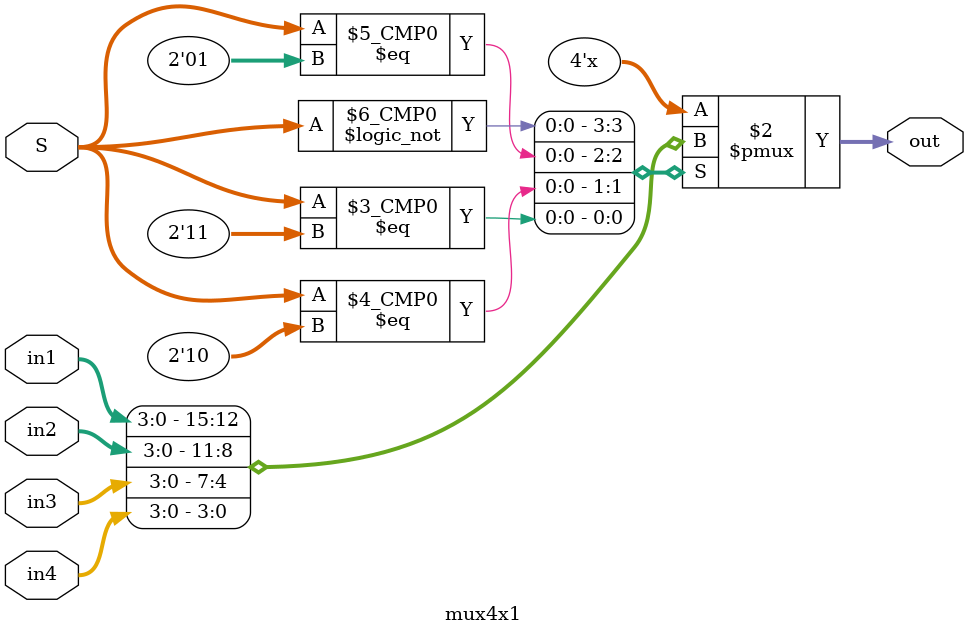
<source format=v>
`timescale 1ns / 1ps
module mux4x1(out,in1,in2,in3,in4,S);

output reg [3:0]out;
input [3:0]in1;
input [3:0]in2;
input [3:0]in3;
input [3:0]in4;
input [1:0]S;

always @(*)
begin
 case(S)
   2'b00: out=in1;
	2'b01: out=in2;
	2'b10: out=in3;
	2'b11: out=in4;
 endcase
end


endmodule

</source>
